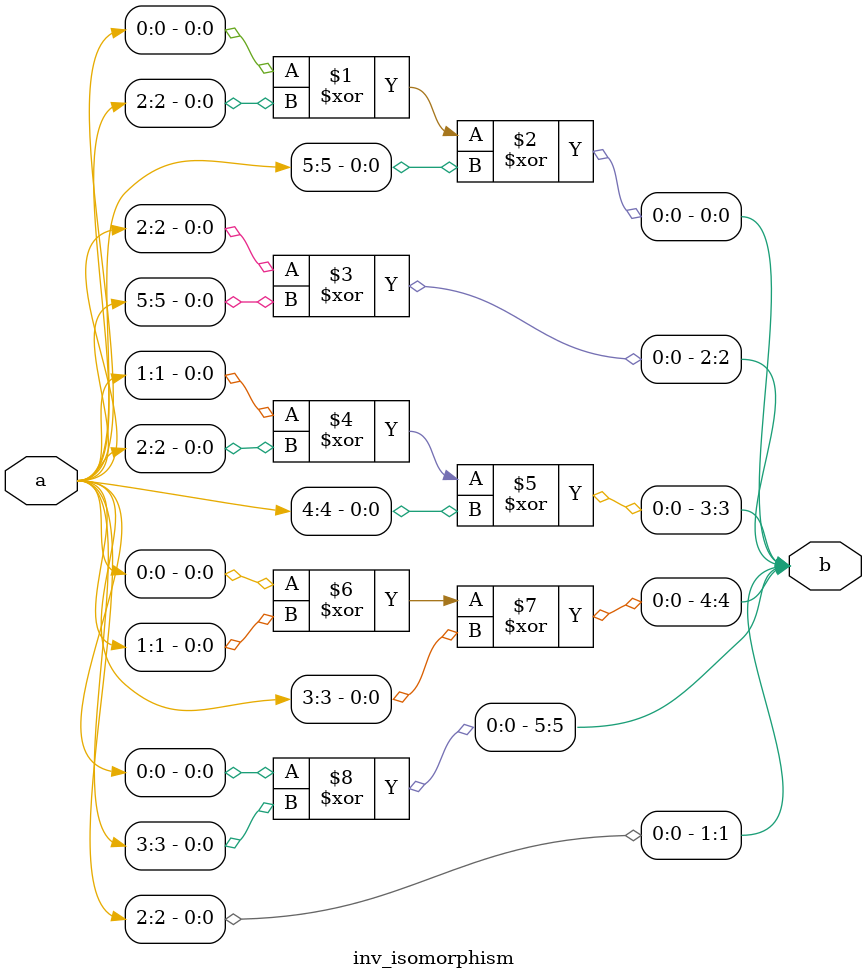
<source format=v>
`timescale 1ns/100ps
module SMS23_5_nn_5_5(x,y);
	 input [5:0] x;
	 output [5:0] y;
	 wire [5:0] w;
	 wire [5:0] p;
	 isomorphism C2 (x,w);
	 power_5 C3 (w,p);
	 inv_isomorphism C4 (p,y);
endmodule

module square_base(a,b);
	 input [1:0] a;
	 output [1:0] b;
	 assign b[0]=a[1];
	 assign b[1]=a[0];
endmodule

module add_base(a,b,c);
	 input [1:0] a;
	 input [1:0] b;
	 output [1:0] c;
	 assign c[0]=a[0]^b[0];
	 assign c[1]=a[1]^b[1];
endmodule

module constant_multiplication_base_0(a,b);
	 input [1:0] a;
	 output [1:0] b;
	 assign b[0]=0;
	 assign b[1]=0;
endmodule

module constant_multiplication_base_1(a,b);
	 input [1:0] a;
	 output [1:0] b;
	 assign b[0]=a[0];
	 assign b[1]=a[1];
endmodule

module constant_multiplication_base_2(a,b);
	 input [1:0] a;
	 output [1:0] b;
	 assign b[0]=a[1];
	 assign b[1]=a[0]^a[1];
endmodule

module constant_multiplication_base_3(a,b);
	 input [1:0] a;
	 output [1:0] b;
	 assign b[0]=a[0]^a[1];
	 assign b[1]=a[0];
endmodule

module multiplication_base(a,b,c);
	 input [1:0] a;
	 input [1:0] b;
	 output [1:0] c;
	 wire t;
	 assign t=(a[0]&b[1])^(a[1]&b[0]);
	 assign c[0]=(a[1]&b[1])^t;
	 assign c[1]=(a[0]&b[0])^t;
endmodule
module power_5(a,b);
	 input [5:0] a;
	 output [5:0] b;
	 wire [1:0] x_0;
	 wire [1:0] x_1;
	 wire [1:0] x_2;
	 wire [1:0] y_0;
	 wire [1:0] y_1;
	 wire [1:0] y_2;
	 wire [1:0] y_3;
	 wire [1:0] y_4;
	 wire [1:0] y_5;
	 wire [1:0] z_00;
	 wire [1:0] z_01;
	 wire [1:0] z_02;
	 wire [1:0] z_03;
	 wire [1:0] z_04;
	 wire [1:0] z_10;
	 wire [1:0] z_11;
	 wire [1:0] z_12;
	 wire [1:0] z_13;
	 wire [1:0] z_14;
	 wire [1:0] z_20;
	 wire [1:0] z_21;
	 wire [1:0] z_22;
	 wire [1:0] z_23;
	 wire [1:0] z_24;
	 wire [1:0] w_00;
	 wire [1:0] w_01;
	 wire [1:0] w_02;
	 wire [1:0] w_03;
	 wire [1:0] w_04;
	 wire [1:0] w_05;
	 wire [1:0] w_10;
	 wire [1:0] w_11;
	 wire [1:0] w_12;
	 wire [1:0] w_13;
	 wire [1:0] w_14;
	 wire [1:0] w_15;
	 wire [1:0] w_20;
	 wire [1:0] w_21;
	 wire [1:0] w_22;
	 wire [1:0] w_23;
	 wire [1:0] w_24;
	 wire [1:0] w_25;
	 assign x_0[0]=a[0];
	 assign x_0[1]=a[1];
	 assign x_1[0]=a[2];
	 assign x_1[1]=a[3];
	 assign x_2[0]=a[4];
	 assign x_2[1]=a[5];
	 square_base A1 (x_0,y_0);
	 square_base A2 (x_1,y_1);
	 square_base A3 (x_2,y_2);
	 multiplication_base A4 (x_0,x_1,y_3);
	 multiplication_base A5 (x_0,x_2,y_4);
	 multiplication_base A6 (x_1,x_2,y_5);
	 constant_multiplication_base_2 MC00 (y_0,w_00);
	 constant_multiplication_base_0 MC01 (y_1,w_01);
	 constant_multiplication_base_1 MC02 (y_2,w_02);
	 constant_multiplication_base_3 MC03 (y_3,w_03);
	 constant_multiplication_base_1 MC04 (y_4,w_04);
	 constant_multiplication_base_3 MC05 (y_5,w_05);
	 constant_multiplication_base_1 MC10 (y_0,w_10);
	 constant_multiplication_base_2 MC11 (y_1,w_11);
	 constant_multiplication_base_0 MC12 (y_2,w_12);
	 constant_multiplication_base_1 MC13 (y_3,w_13);
	 constant_multiplication_base_3 MC14 (y_4,w_14);
	 constant_multiplication_base_3 MC15 (y_5,w_15);
	 constant_multiplication_base_0 MC20 (y_0,w_20);
	 constant_multiplication_base_1 MC21 (y_1,w_21);
	 constant_multiplication_base_2 MC22 (y_2,w_22);
	 constant_multiplication_base_3 MC23 (y_3,w_23);
	 constant_multiplication_base_3 MC24 (y_4,w_24);
	 constant_multiplication_base_1 MC25 (y_5,w_25);
	 add_base B00 (w_00,w_01,z_00);
	 add_base B01 (w_02,w_03,z_01);
	 add_base B02 (w_04,w_05,z_02);
	 add_base B03 (z_00,z_01,z_03);
	 add_base B04 (z_03,z_02,z_04);
	 add_base B10 (w_10,w_11,z_10);
	 add_base B11 (w_12,w_13,z_11);
	 add_base B12 (w_14,w_15,z_12);
	 add_base B13 (z_10,z_11,z_13);
	 add_base B14 (z_13,z_12,z_14);
	 add_base B20 (w_20,w_21,z_20);
	 add_base B21 (w_22,w_23,z_21);
	 add_base B22 (w_24,w_25,z_22);
	 add_base B23 (z_20,z_21,z_23);
	 add_base B24 (z_23,z_22,z_24);
	 assign b[0]=z_04[0];
	 assign b[1]=z_04[1];
	 assign b[2]=z_14[0];
	 assign b[3]=z_14[1];
	 assign b[4]=z_24[0];
	 assign b[5]=z_24[1];
endmodule

module isomorphism(a,b);
	 input [5:0] a;
	 output [5:0] b;
	 assign b[0]=a[0]^a[1]^a[2]^a[3]^a[4]^a[5];
	 assign b[1]=a[0]^a[4];
	 assign b[2]=a[0]^a[2]^a[4]^a[5];
	 assign b[3]=a[0]^a[2]^a[3];
	 assign b[4]=a[1];
	 assign b[5]=a[1]^a[3]^a[5];
endmodule

module inv_isomorphism(a,b);
	 input [5:0] a;
	 output [5:0] b;
	 assign b[0]=a[0]^a[2]^a[5];
	 assign b[1]=a[2];
	 assign b[2]=a[2]^a[5];
	 assign b[3]=a[1]^a[2]^a[4];
	 assign b[4]=a[0]^a[1]^a[3];
	 assign b[5]=a[0]^a[3];
endmodule


</source>
